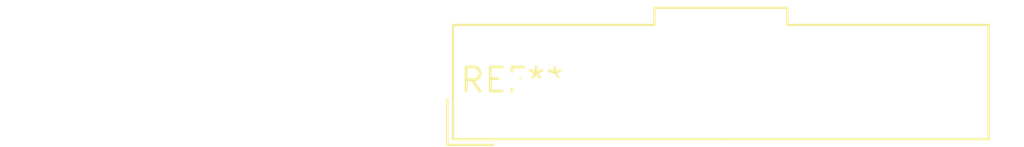
<source format=kicad_pcb>
(kicad_pcb (version 20240108) (generator pcbnew)
  (layers (0 "F.Cu" signal) (31 "B.Cu" signal) (34 "B.Paste" user) (35 "F.Paste" user) (36 "B.SilkS" user "B.Silkscreen") (37 "F.SilkS" user "F.Silkscreen") (38 "B.Mask" user) (39 "F.Mask" user) (44 "Edge.Cuts" user))
  (net 0 "")
  (footprint "Molex_MicroClasp_55932-1230_1x12_P2.00mm_Vertical" (layer "F.Cu") (at 0 0)
    (property "Reference" "REF**")
    (property "Value" "Molex_MicroClasp_55932-1230_1x12_P2.00mm_Vertical")
    (fp_line (start -3.41 1) (end -3.41 3.41) (layer "F.SilkS") (stroke (width 0.12)))
    (fp_line (start -3.41 3.41) (end -1 3.41) (layer "F.SilkS") (stroke (width 0.12)))
    (fp_line (start -3.11 -2.91) (end -3.11 3.11) (layer "F.SilkS") (stroke (width 0.12)))
    (fp_line (start -3.11 3.11) (end 11 3.11) (layer "F.SilkS") (stroke (width 0.12)))
    (fp_line (start 7.5 -3.81) (end 7.5 -2.91) (layer "F.SilkS") (stroke (width 0.12)))
    (fp_line (start 7.5 -2.91) (end -3.11 -2.91) (layer "F.SilkS") (stroke (width 0.12)))
    (fp_line (start 11 -3.81) (end 7.5 -3.81) (layer "F.SilkS") (stroke (width 0.12)))
    (fp_line (start 11 -3.81) (end 14.5 -3.81) (layer "F.SilkS") (stroke (width 0.12)))
    (fp_line (start 14.5 -3.81) (end 14.5 -2.91) (layer "F.SilkS") (stroke (width 0.12)))
    (fp_line (start 14.5 -2.91) (end 25.11 -2.91) (layer "F.SilkS") (stroke (width 0.12)))
    (fp_line (start 25.11 -2.91) (end 25.11 3.11) (layer "F.SilkS") (stroke (width 0.12)))
    (fp_line (start 25.11 3.11) (end 11 3.11) (layer "F.SilkS") (stroke (width 0.12)))
    (pad "1" thru_hole roundrect (at 0 0) (size 1.2 1.8) (drill 0.8) (layers *.Cu *.Mask) (remove_unused_layers) (roundrect_rratio 0.208333))
    (pad "2" thru_hole oval (at 2 0) (size 1.2 1.8) (drill 0.8) (layers *.Cu *.Mask) (remove_unused_layers))
    (pad "3" thru_hole oval (at 4 0) (size 1.2 1.8) (drill 0.8) (layers *.Cu *.Mask) (remove_unused_layers))
    (pad "4" thru_hole oval (at 6 0) (size 1.2 1.8) (drill 0.8) (layers *.Cu *.Mask) (remove_unused_layers))
    (pad "5" thru_hole oval (at 8 0) (size 1.2 1.8) (drill 0.8) (layers *.Cu *.Mask) (remove_unused_layers))
    (pad "6" thru_hole oval (at 10 0) (size 1.2 1.8) (drill 0.8) (layers *.Cu *.Mask) (remove_unused_layers))
    (pad "7" thru_hole oval (at 12 0) (size 1.2 1.8) (drill 0.8) (layers *.Cu *.Mask) (remove_unused_layers))
    (pad "8" thru_hole oval (at 14 0) (size 1.2 1.8) (drill 0.8) (layers *.Cu *.Mask) (remove_unused_layers))
    (pad "9" thru_hole oval (at 16 0) (size 1.2 1.8) (drill 0.8) (layers *.Cu *.Mask) (remove_unused_layers))
    (pad "10" thru_hole oval (at 18 0) (size 1.2 1.8) (drill 0.8) (layers *.Cu *.Mask) (remove_unused_layers))
    (pad "11" thru_hole oval (at 20 0) (size 1.2 1.8) (drill 0.8) (layers *.Cu *.Mask) (remove_unused_layers))
    (pad "12" thru_hole oval (at 22 0) (size 1.2 1.8) (drill 0.8) (layers *.Cu *.Mask) (remove_unused_layers))
  )
)
</source>
